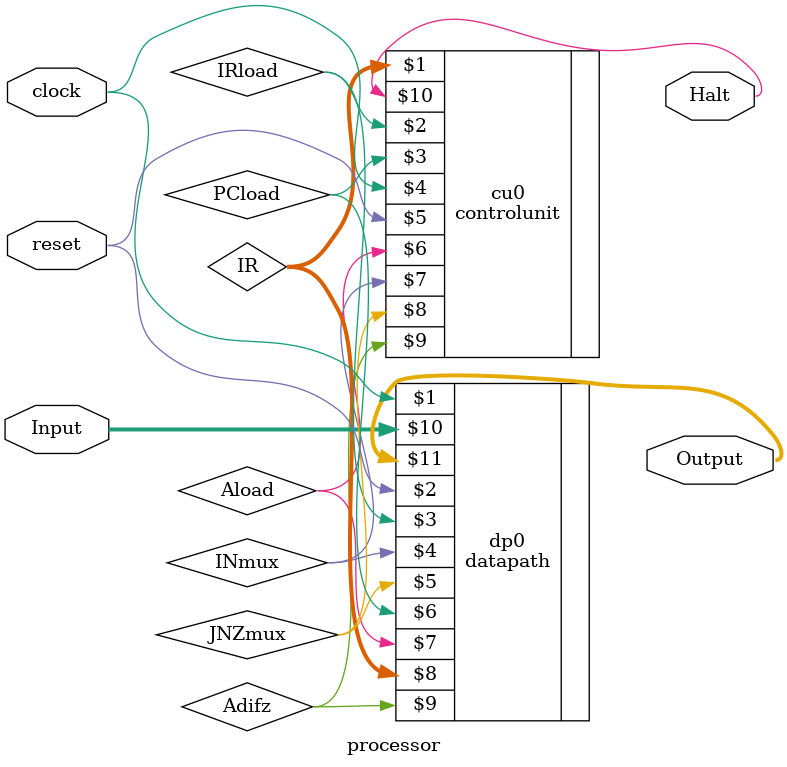
<source format=v>
`timescale 1ns / 1ps


module processor(clock,reset,Input,Output,Halt);
    
    input clock,reset;
    
    input [7:0]Input;
	output wire [7:0]Output;
    
    output wire Halt;
    
    wire [2:0]IR;
    
    wire IRload,INmux,JNZmux,PCload,Aload,Adifz;
    
    controlunit cu0 (IR,IRload,PCload,clock,reset,Aload,INmux,JNZmux,Adifz,Halt);
			
	datapath dp0 (clock,reset,IRload,INmux,JNZmux,PCload,Aload,IR,Adifz,Input,Output);
endmodule

</source>
